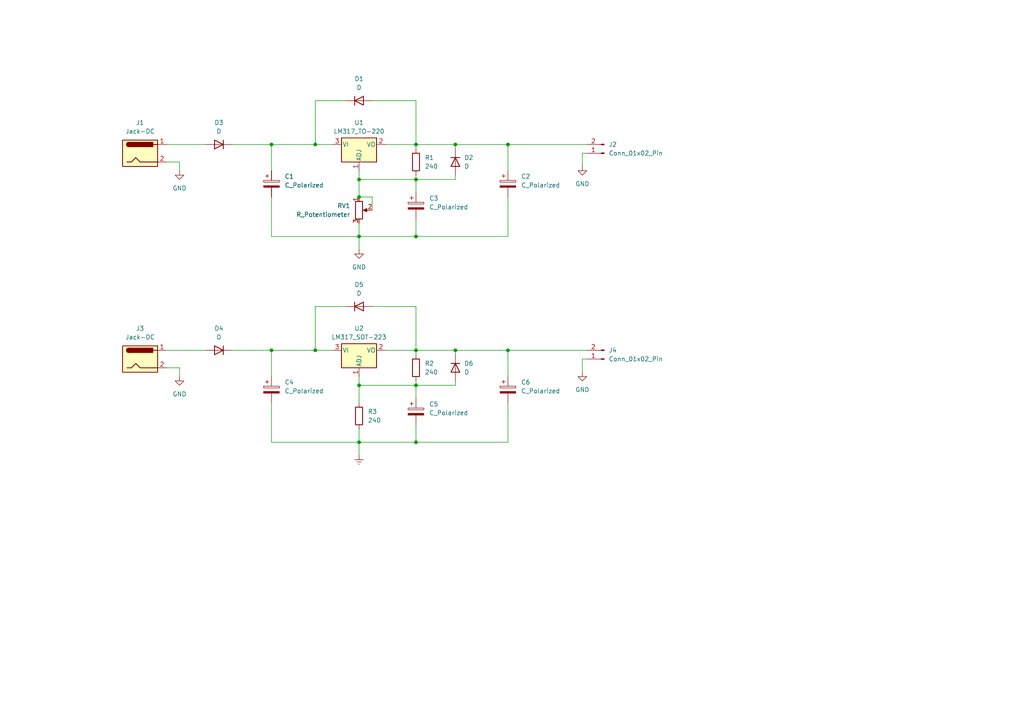
<source format=kicad_sch>
(kicad_sch (version 20230121) (generator eeschema)

  (uuid 92ca5cbe-a9d1-4d60-ae27-1741aae7944b)

  (paper "A4")

  (lib_symbols
    (symbol "Connector:Conn_01x02_Pin" (pin_names (offset 1.016) hide) (in_bom yes) (on_board yes)
      (property "Reference" "J" (at 0 2.54 0)
        (effects (font (size 1.27 1.27)))
      )
      (property "Value" "Conn_01x02_Pin" (at 0 -5.08 0)
        (effects (font (size 1.27 1.27)))
      )
      (property "Footprint" "" (at 0 0 0)
        (effects (font (size 1.27 1.27)) hide)
      )
      (property "Datasheet" "~" (at 0 0 0)
        (effects (font (size 1.27 1.27)) hide)
      )
      (property "ki_locked" "" (at 0 0 0)
        (effects (font (size 1.27 1.27)))
      )
      (property "ki_keywords" "connector" (at 0 0 0)
        (effects (font (size 1.27 1.27)) hide)
      )
      (property "ki_description" "Generic connector, single row, 01x02, script generated" (at 0 0 0)
        (effects (font (size 1.27 1.27)) hide)
      )
      (property "ki_fp_filters" "Connector*:*_1x??_*" (at 0 0 0)
        (effects (font (size 1.27 1.27)) hide)
      )
      (symbol "Conn_01x02_Pin_1_1"
        (polyline
          (pts
            (xy 1.27 -2.54)
            (xy 0.8636 -2.54)
          )
          (stroke (width 0.1524) (type default))
          (fill (type none))
        )
        (polyline
          (pts
            (xy 1.27 0)
            (xy 0.8636 0)
          )
          (stroke (width 0.1524) (type default))
          (fill (type none))
        )
        (rectangle (start 0.8636 -2.413) (end 0 -2.667)
          (stroke (width 0.1524) (type default))
          (fill (type outline))
        )
        (rectangle (start 0.8636 0.127) (end 0 -0.127)
          (stroke (width 0.1524) (type default))
          (fill (type outline))
        )
        (pin passive line (at 5.08 0 180) (length 3.81)
          (name "Pin_1" (effects (font (size 1.27 1.27))))
          (number "1" (effects (font (size 1.27 1.27))))
        )
        (pin passive line (at 5.08 -2.54 180) (length 3.81)
          (name "Pin_2" (effects (font (size 1.27 1.27))))
          (number "2" (effects (font (size 1.27 1.27))))
        )
      )
    )
    (symbol "Connector:Jack-DC" (pin_names (offset 1.016)) (in_bom yes) (on_board yes)
      (property "Reference" "J" (at 0 5.334 0)
        (effects (font (size 1.27 1.27)))
      )
      (property "Value" "Jack-DC" (at 0 -5.08 0)
        (effects (font (size 1.27 1.27)))
      )
      (property "Footprint" "" (at 1.27 -1.016 0)
        (effects (font (size 1.27 1.27)) hide)
      )
      (property "Datasheet" "~" (at 1.27 -1.016 0)
        (effects (font (size 1.27 1.27)) hide)
      )
      (property "ki_keywords" "DC power barrel jack connector" (at 0 0 0)
        (effects (font (size 1.27 1.27)) hide)
      )
      (property "ki_description" "DC Barrel Jack" (at 0 0 0)
        (effects (font (size 1.27 1.27)) hide)
      )
      (property "ki_fp_filters" "BarrelJack*" (at 0 0 0)
        (effects (font (size 1.27 1.27)) hide)
      )
      (symbol "Jack-DC_0_1"
        (rectangle (start -5.08 3.81) (end 5.08 -3.81)
          (stroke (width 0.254) (type default))
          (fill (type background))
        )
        (arc (start -3.302 3.175) (mid -3.9343 2.54) (end -3.302 1.905)
          (stroke (width 0.254) (type default))
          (fill (type none))
        )
        (arc (start -3.302 3.175) (mid -3.9343 2.54) (end -3.302 1.905)
          (stroke (width 0.254) (type default))
          (fill (type outline))
        )
        (polyline
          (pts
            (xy 5.08 2.54)
            (xy 3.81 2.54)
          )
          (stroke (width 0.254) (type default))
          (fill (type none))
        )
        (polyline
          (pts
            (xy -3.81 -2.54)
            (xy -2.54 -2.54)
            (xy -1.27 -1.27)
            (xy 0 -2.54)
            (xy 2.54 -2.54)
            (xy 5.08 -2.54)
          )
          (stroke (width 0.254) (type default))
          (fill (type none))
        )
        (rectangle (start 3.683 3.175) (end -3.302 1.905)
          (stroke (width 0.254) (type default))
          (fill (type outline))
        )
      )
      (symbol "Jack-DC_1_1"
        (pin passive line (at 7.62 2.54 180) (length 2.54)
          (name "~" (effects (font (size 1.27 1.27))))
          (number "1" (effects (font (size 1.27 1.27))))
        )
        (pin passive line (at 7.62 -2.54 180) (length 2.54)
          (name "~" (effects (font (size 1.27 1.27))))
          (number "2" (effects (font (size 1.27 1.27))))
        )
      )
    )
    (symbol "Device:C_Polarized" (pin_numbers hide) (pin_names (offset 0.254)) (in_bom yes) (on_board yes)
      (property "Reference" "C" (at 0.635 2.54 0)
        (effects (font (size 1.27 1.27)) (justify left))
      )
      (property "Value" "C_Polarized" (at 0.635 -2.54 0)
        (effects (font (size 1.27 1.27)) (justify left))
      )
      (property "Footprint" "" (at 0.9652 -3.81 0)
        (effects (font (size 1.27 1.27)) hide)
      )
      (property "Datasheet" "~" (at 0 0 0)
        (effects (font (size 1.27 1.27)) hide)
      )
      (property "ki_keywords" "cap capacitor" (at 0 0 0)
        (effects (font (size 1.27 1.27)) hide)
      )
      (property "ki_description" "Polarized capacitor" (at 0 0 0)
        (effects (font (size 1.27 1.27)) hide)
      )
      (property "ki_fp_filters" "CP_*" (at 0 0 0)
        (effects (font (size 1.27 1.27)) hide)
      )
      (symbol "C_Polarized_0_1"
        (rectangle (start -2.286 0.508) (end 2.286 1.016)
          (stroke (width 0) (type default))
          (fill (type none))
        )
        (polyline
          (pts
            (xy -1.778 2.286)
            (xy -0.762 2.286)
          )
          (stroke (width 0) (type default))
          (fill (type none))
        )
        (polyline
          (pts
            (xy -1.27 2.794)
            (xy -1.27 1.778)
          )
          (stroke (width 0) (type default))
          (fill (type none))
        )
        (rectangle (start 2.286 -0.508) (end -2.286 -1.016)
          (stroke (width 0) (type default))
          (fill (type outline))
        )
      )
      (symbol "C_Polarized_1_1"
        (pin passive line (at 0 3.81 270) (length 2.794)
          (name "~" (effects (font (size 1.27 1.27))))
          (number "1" (effects (font (size 1.27 1.27))))
        )
        (pin passive line (at 0 -3.81 90) (length 2.794)
          (name "~" (effects (font (size 1.27 1.27))))
          (number "2" (effects (font (size 1.27 1.27))))
        )
      )
    )
    (symbol "Device:D" (pin_numbers hide) (pin_names (offset 1.016) hide) (in_bom yes) (on_board yes)
      (property "Reference" "D" (at 0 2.54 0)
        (effects (font (size 1.27 1.27)))
      )
      (property "Value" "D" (at 0 -2.54 0)
        (effects (font (size 1.27 1.27)))
      )
      (property "Footprint" "" (at 0 0 0)
        (effects (font (size 1.27 1.27)) hide)
      )
      (property "Datasheet" "~" (at 0 0 0)
        (effects (font (size 1.27 1.27)) hide)
      )
      (property "Sim.Device" "D" (at 0 0 0)
        (effects (font (size 1.27 1.27)) hide)
      )
      (property "Sim.Pins" "1=K 2=A" (at 0 0 0)
        (effects (font (size 1.27 1.27)) hide)
      )
      (property "ki_keywords" "diode" (at 0 0 0)
        (effects (font (size 1.27 1.27)) hide)
      )
      (property "ki_description" "Diode" (at 0 0 0)
        (effects (font (size 1.27 1.27)) hide)
      )
      (property "ki_fp_filters" "TO-???* *_Diode_* *SingleDiode* D_*" (at 0 0 0)
        (effects (font (size 1.27 1.27)) hide)
      )
      (symbol "D_0_1"
        (polyline
          (pts
            (xy -1.27 1.27)
            (xy -1.27 -1.27)
          )
          (stroke (width 0.254) (type default))
          (fill (type none))
        )
        (polyline
          (pts
            (xy 1.27 0)
            (xy -1.27 0)
          )
          (stroke (width 0) (type default))
          (fill (type none))
        )
        (polyline
          (pts
            (xy 1.27 1.27)
            (xy 1.27 -1.27)
            (xy -1.27 0)
            (xy 1.27 1.27)
          )
          (stroke (width 0.254) (type default))
          (fill (type none))
        )
      )
      (symbol "D_1_1"
        (pin passive line (at -3.81 0 0) (length 2.54)
          (name "K" (effects (font (size 1.27 1.27))))
          (number "1" (effects (font (size 1.27 1.27))))
        )
        (pin passive line (at 3.81 0 180) (length 2.54)
          (name "A" (effects (font (size 1.27 1.27))))
          (number "2" (effects (font (size 1.27 1.27))))
        )
      )
    )
    (symbol "Device:R" (pin_numbers hide) (pin_names (offset 0)) (in_bom yes) (on_board yes)
      (property "Reference" "R" (at 2.032 0 90)
        (effects (font (size 1.27 1.27)))
      )
      (property "Value" "R" (at 0 0 90)
        (effects (font (size 1.27 1.27)))
      )
      (property "Footprint" "" (at -1.778 0 90)
        (effects (font (size 1.27 1.27)) hide)
      )
      (property "Datasheet" "~" (at 0 0 0)
        (effects (font (size 1.27 1.27)) hide)
      )
      (property "ki_keywords" "R res resistor" (at 0 0 0)
        (effects (font (size 1.27 1.27)) hide)
      )
      (property "ki_description" "Resistor" (at 0 0 0)
        (effects (font (size 1.27 1.27)) hide)
      )
      (property "ki_fp_filters" "R_*" (at 0 0 0)
        (effects (font (size 1.27 1.27)) hide)
      )
      (symbol "R_0_1"
        (rectangle (start -1.016 -2.54) (end 1.016 2.54)
          (stroke (width 0.254) (type default))
          (fill (type none))
        )
      )
      (symbol "R_1_1"
        (pin passive line (at 0 3.81 270) (length 1.27)
          (name "~" (effects (font (size 1.27 1.27))))
          (number "1" (effects (font (size 1.27 1.27))))
        )
        (pin passive line (at 0 -3.81 90) (length 1.27)
          (name "~" (effects (font (size 1.27 1.27))))
          (number "2" (effects (font (size 1.27 1.27))))
        )
      )
    )
    (symbol "Device:R_Potentiometer" (pin_names (offset 1.016) hide) (in_bom yes) (on_board yes)
      (property "Reference" "RV" (at -4.445 0 90)
        (effects (font (size 1.27 1.27)))
      )
      (property "Value" "R_Potentiometer" (at -2.54 0 90)
        (effects (font (size 1.27 1.27)))
      )
      (property "Footprint" "" (at 0 0 0)
        (effects (font (size 1.27 1.27)) hide)
      )
      (property "Datasheet" "~" (at 0 0 0)
        (effects (font (size 1.27 1.27)) hide)
      )
      (property "ki_keywords" "resistor variable" (at 0 0 0)
        (effects (font (size 1.27 1.27)) hide)
      )
      (property "ki_description" "Potentiometer" (at 0 0 0)
        (effects (font (size 1.27 1.27)) hide)
      )
      (property "ki_fp_filters" "Potentiometer*" (at 0 0 0)
        (effects (font (size 1.27 1.27)) hide)
      )
      (symbol "R_Potentiometer_0_1"
        (polyline
          (pts
            (xy 2.54 0)
            (xy 1.524 0)
          )
          (stroke (width 0) (type default))
          (fill (type none))
        )
        (polyline
          (pts
            (xy 1.143 0)
            (xy 2.286 0.508)
            (xy 2.286 -0.508)
            (xy 1.143 0)
          )
          (stroke (width 0) (type default))
          (fill (type outline))
        )
        (rectangle (start 1.016 2.54) (end -1.016 -2.54)
          (stroke (width 0.254) (type default))
          (fill (type none))
        )
      )
      (symbol "R_Potentiometer_1_1"
        (pin passive line (at 0 3.81 270) (length 1.27)
          (name "1" (effects (font (size 1.27 1.27))))
          (number "1" (effects (font (size 1.27 1.27))))
        )
        (pin passive line (at 3.81 0 180) (length 1.27)
          (name "2" (effects (font (size 1.27 1.27))))
          (number "2" (effects (font (size 1.27 1.27))))
        )
        (pin passive line (at 0 -3.81 90) (length 1.27)
          (name "3" (effects (font (size 1.27 1.27))))
          (number "3" (effects (font (size 1.27 1.27))))
        )
      )
    )
    (symbol "Regulator_Linear:LM317_SOT-223" (pin_names (offset 0.254)) (in_bom yes) (on_board yes)
      (property "Reference" "U" (at -3.81 3.175 0)
        (effects (font (size 1.27 1.27)))
      )
      (property "Value" "LM317_SOT-223" (at 0 3.175 0)
        (effects (font (size 1.27 1.27)) (justify left))
      )
      (property "Footprint" "Package_TO_SOT_SMD:SOT-223-3_TabPin2" (at 0 6.35 0)
        (effects (font (size 1.27 1.27) italic) hide)
      )
      (property "Datasheet" "http://www.ti.com/lit/ds/symlink/lm317.pdf" (at 0 0 0)
        (effects (font (size 1.27 1.27)) hide)
      )
      (property "ki_keywords" "Adjustable Voltage Regulator 1A Positive" (at 0 0 0)
        (effects (font (size 1.27 1.27)) hide)
      )
      (property "ki_description" "1.5A 35V Adjustable Linear Regulator, SOT-223" (at 0 0 0)
        (effects (font (size 1.27 1.27)) hide)
      )
      (property "ki_fp_filters" "SOT?223*TabPin2*" (at 0 0 0)
        (effects (font (size 1.27 1.27)) hide)
      )
      (symbol "LM317_SOT-223_0_1"
        (rectangle (start -5.08 1.905) (end 5.08 -5.08)
          (stroke (width 0.254) (type default))
          (fill (type background))
        )
      )
      (symbol "LM317_SOT-223_1_1"
        (pin input line (at 0 -7.62 90) (length 2.54)
          (name "ADJ" (effects (font (size 1.27 1.27))))
          (number "1" (effects (font (size 1.27 1.27))))
        )
        (pin power_out line (at 7.62 0 180) (length 2.54)
          (name "VO" (effects (font (size 1.27 1.27))))
          (number "2" (effects (font (size 1.27 1.27))))
        )
        (pin power_in line (at -7.62 0 0) (length 2.54)
          (name "VI" (effects (font (size 1.27 1.27))))
          (number "3" (effects (font (size 1.27 1.27))))
        )
      )
    )
    (symbol "Regulator_Linear:LM317_TO-220" (pin_names (offset 0.254)) (in_bom yes) (on_board yes)
      (property "Reference" "U" (at -3.81 3.175 0)
        (effects (font (size 1.27 1.27)))
      )
      (property "Value" "LM317_TO-220" (at 0 3.175 0)
        (effects (font (size 1.27 1.27)) (justify left))
      )
      (property "Footprint" "Package_TO_SOT_THT:TO-220-3_Vertical" (at 0 6.35 0)
        (effects (font (size 1.27 1.27) italic) hide)
      )
      (property "Datasheet" "http://www.ti.com/lit/ds/symlink/lm317.pdf" (at 0 0 0)
        (effects (font (size 1.27 1.27)) hide)
      )
      (property "ki_keywords" "Adjustable Voltage Regulator 1A Positive" (at 0 0 0)
        (effects (font (size 1.27 1.27)) hide)
      )
      (property "ki_description" "1.5A 35V Adjustable Linear Regulator, TO-220" (at 0 0 0)
        (effects (font (size 1.27 1.27)) hide)
      )
      (property "ki_fp_filters" "TO?220*" (at 0 0 0)
        (effects (font (size 1.27 1.27)) hide)
      )
      (symbol "LM317_TO-220_0_1"
        (rectangle (start -5.08 1.905) (end 5.08 -5.08)
          (stroke (width 0.254) (type default))
          (fill (type background))
        )
      )
      (symbol "LM317_TO-220_1_1"
        (pin input line (at 0 -7.62 90) (length 2.54)
          (name "ADJ" (effects (font (size 1.27 1.27))))
          (number "1" (effects (font (size 1.27 1.27))))
        )
        (pin power_out line (at 7.62 0 180) (length 2.54)
          (name "VO" (effects (font (size 1.27 1.27))))
          (number "2" (effects (font (size 1.27 1.27))))
        )
        (pin power_in line (at -7.62 0 0) (length 2.54)
          (name "VI" (effects (font (size 1.27 1.27))))
          (number "3" (effects (font (size 1.27 1.27))))
        )
      )
    )
    (symbol "power:Earth" (power) (pin_names (offset 0)) (in_bom yes) (on_board yes)
      (property "Reference" "#PWR" (at 0 -6.35 0)
        (effects (font (size 1.27 1.27)) hide)
      )
      (property "Value" "Earth" (at 0 -3.81 0)
        (effects (font (size 1.27 1.27)) hide)
      )
      (property "Footprint" "" (at 0 0 0)
        (effects (font (size 1.27 1.27)) hide)
      )
      (property "Datasheet" "~" (at 0 0 0)
        (effects (font (size 1.27 1.27)) hide)
      )
      (property "ki_keywords" "global ground gnd" (at 0 0 0)
        (effects (font (size 1.27 1.27)) hide)
      )
      (property "ki_description" "Power symbol creates a global label with name \"Earth\"" (at 0 0 0)
        (effects (font (size 1.27 1.27)) hide)
      )
      (symbol "Earth_0_1"
        (polyline
          (pts
            (xy -0.635 -1.905)
            (xy 0.635 -1.905)
          )
          (stroke (width 0) (type default))
          (fill (type none))
        )
        (polyline
          (pts
            (xy -0.127 -2.54)
            (xy 0.127 -2.54)
          )
          (stroke (width 0) (type default))
          (fill (type none))
        )
        (polyline
          (pts
            (xy 0 -1.27)
            (xy 0 0)
          )
          (stroke (width 0) (type default))
          (fill (type none))
        )
        (polyline
          (pts
            (xy 1.27 -1.27)
            (xy -1.27 -1.27)
          )
          (stroke (width 0) (type default))
          (fill (type none))
        )
      )
      (symbol "Earth_1_1"
        (pin power_in line (at 0 0 270) (length 0) hide
          (name "Earth" (effects (font (size 1.27 1.27))))
          (number "1" (effects (font (size 1.27 1.27))))
        )
      )
    )
    (symbol "power:GND" (power) (pin_names (offset 0)) (in_bom yes) (on_board yes)
      (property "Reference" "#PWR" (at 0 -6.35 0)
        (effects (font (size 1.27 1.27)) hide)
      )
      (property "Value" "GND" (at 0 -3.81 0)
        (effects (font (size 1.27 1.27)))
      )
      (property "Footprint" "" (at 0 0 0)
        (effects (font (size 1.27 1.27)) hide)
      )
      (property "Datasheet" "" (at 0 0 0)
        (effects (font (size 1.27 1.27)) hide)
      )
      (property "ki_keywords" "global power" (at 0 0 0)
        (effects (font (size 1.27 1.27)) hide)
      )
      (property "ki_description" "Power symbol creates a global label with name \"GND\" , ground" (at 0 0 0)
        (effects (font (size 1.27 1.27)) hide)
      )
      (symbol "GND_0_1"
        (polyline
          (pts
            (xy 0 0)
            (xy 0 -1.27)
            (xy 1.27 -1.27)
            (xy 0 -2.54)
            (xy -1.27 -1.27)
            (xy 0 -1.27)
          )
          (stroke (width 0) (type default))
          (fill (type none))
        )
      )
      (symbol "GND_1_1"
        (pin power_in line (at 0 0 270) (length 0) hide
          (name "GND" (effects (font (size 1.27 1.27))))
          (number "1" (effects (font (size 1.27 1.27))))
        )
      )
    )
  )

  (junction (at 120.65 52.07) (diameter 0) (color 0 0 0 0)
    (uuid 07f39f95-f4cc-4f3e-9641-6a469a614fd3)
  )
  (junction (at 78.74 101.6) (diameter 0) (color 0 0 0 0)
    (uuid 15eea82b-7108-4f09-8c24-a49f10455ed0)
  )
  (junction (at 104.14 68.58) (diameter 0) (color 0 0 0 0)
    (uuid 33558346-73fa-42ca-8936-a16ab541b3e4)
  )
  (junction (at 132.08 41.91) (diameter 0) (color 0 0 0 0)
    (uuid 51334fc9-1d58-4283-a6aa-68ef981d397a)
  )
  (junction (at 104.14 57.15) (diameter 0) (color 0 0 0 0)
    (uuid 543fe1e9-c8a8-4a5b-82cb-fcd78eae5d8f)
  )
  (junction (at 120.65 101.6) (diameter 0) (color 0 0 0 0)
    (uuid 546b2c41-e441-4b29-b6b0-220545e1b9ad)
  )
  (junction (at 120.65 41.91) (diameter 0) (color 0 0 0 0)
    (uuid 5653a132-6efe-415e-ada7-618b55af138e)
  )
  (junction (at 91.44 101.6) (diameter 0) (color 0 0 0 0)
    (uuid 62027947-1d03-4207-bdbc-eae7e1a3835d)
  )
  (junction (at 120.65 128.27) (diameter 0) (color 0 0 0 0)
    (uuid 70c3c400-b35f-4b57-a315-70bedcc77b9f)
  )
  (junction (at 120.65 68.58) (diameter 0) (color 0 0 0 0)
    (uuid 76fed7e6-ad3e-4c07-929c-cc642ae92c9a)
  )
  (junction (at 147.32 41.91) (diameter 0) (color 0 0 0 0)
    (uuid 7ae08ba8-1434-4eba-adf2-61159b0057d0)
  )
  (junction (at 91.44 41.91) (diameter 0) (color 0 0 0 0)
    (uuid 8592bd30-0243-46e8-8913-60f5dfc93600)
  )
  (junction (at 78.74 41.91) (diameter 0) (color 0 0 0 0)
    (uuid 8903160f-7697-42f2-92d1-99c8ada26b9f)
  )
  (junction (at 104.14 111.76) (diameter 0) (color 0 0 0 0)
    (uuid ad1a285a-79af-47e2-96cd-fbf685eae64c)
  )
  (junction (at 147.32 101.6) (diameter 0) (color 0 0 0 0)
    (uuid d1633325-a10a-4904-a5bd-9ac44a90ae5d)
  )
  (junction (at 120.65 111.76) (diameter 0) (color 0 0 0 0)
    (uuid d5be96ec-7c2e-418a-a187-4554c19e47c1)
  )
  (junction (at 132.08 101.6) (diameter 0) (color 0 0 0 0)
    (uuid f386234d-9a43-42b6-97f2-8e8c682d4323)
  )
  (junction (at 104.14 52.07) (diameter 0) (color 0 0 0 0)
    (uuid f901dd25-9416-4a6f-9ae1-ba76a18832b4)
  )
  (junction (at 104.14 128.27) (diameter 0) (color 0 0 0 0)
    (uuid fe0d5471-3409-483b-ba8d-de4529ff48d1)
  )

  (wire (pts (xy 120.65 41.91) (xy 132.08 41.91))
    (stroke (width 0) (type default))
    (uuid 0260dd22-068c-44db-b4ac-66254f3466ff)
  )
  (wire (pts (xy 104.14 49.53) (xy 104.14 52.07))
    (stroke (width 0) (type default))
    (uuid 02790240-fcd7-4d96-b7dd-f6aec26e5898)
  )
  (wire (pts (xy 120.65 111.76) (xy 120.65 115.57))
    (stroke (width 0) (type default))
    (uuid 03489439-5ad3-4fa2-85e2-5704d82cc666)
  )
  (wire (pts (xy 104.14 128.27) (xy 104.14 132.08))
    (stroke (width 0) (type default))
    (uuid 06f16e0f-38b0-415e-9693-f6b48bef112b)
  )
  (wire (pts (xy 48.26 106.68) (xy 52.07 106.68))
    (stroke (width 0) (type default))
    (uuid 0a987c56-e18c-4ea3-b01c-5faaa356721d)
  )
  (wire (pts (xy 120.65 102.87) (xy 120.65 101.6))
    (stroke (width 0) (type default))
    (uuid 0e3a126b-576e-4b34-bb4b-df5b92b79906)
  )
  (wire (pts (xy 147.32 116.84) (xy 147.32 128.27))
    (stroke (width 0) (type default))
    (uuid 1273de88-7d2a-4c25-aec6-cf9d29136892)
  )
  (wire (pts (xy 78.74 128.27) (xy 104.14 128.27))
    (stroke (width 0) (type default))
    (uuid 171b21ed-10b1-4f98-9c71-99d7e2f4399e)
  )
  (wire (pts (xy 147.32 128.27) (xy 120.65 128.27))
    (stroke (width 0) (type default))
    (uuid 1d9753da-d07f-416a-905b-0b1dbce65f3c)
  )
  (wire (pts (xy 104.14 52.07) (xy 104.14 57.15))
    (stroke (width 0) (type default))
    (uuid 1ef03350-cbd9-4b70-8ed9-fefa39e47907)
  )
  (wire (pts (xy 132.08 101.6) (xy 132.08 102.87))
    (stroke (width 0) (type default))
    (uuid 2032d856-8f1e-41b5-a575-d11cca023b86)
  )
  (wire (pts (xy 132.08 41.91) (xy 132.08 43.18))
    (stroke (width 0) (type default))
    (uuid 24ce146a-4c0a-4692-8241-577245ef4e5f)
  )
  (wire (pts (xy 104.14 111.76) (xy 104.14 116.84))
    (stroke (width 0) (type default))
    (uuid 264f6200-b462-4497-8fa0-852eba8da5cb)
  )
  (wire (pts (xy 168.91 48.26) (xy 168.91 44.45))
    (stroke (width 0) (type default))
    (uuid 276a9abe-25ad-4399-a86e-dd7993218dad)
  )
  (wire (pts (xy 170.18 101.6) (xy 147.32 101.6))
    (stroke (width 0) (type default))
    (uuid 298a5489-4c19-44fa-981c-420e47f90a70)
  )
  (wire (pts (xy 120.65 88.9) (xy 120.65 101.6))
    (stroke (width 0) (type default))
    (uuid 2b6a3cc0-1afd-40a1-9166-cb27af6a8ab2)
  )
  (wire (pts (xy 120.65 123.19) (xy 120.65 128.27))
    (stroke (width 0) (type default))
    (uuid 36604ad7-5f03-49ff-b072-c62ef94a2cc9)
  )
  (wire (pts (xy 104.14 124.46) (xy 104.14 128.27))
    (stroke (width 0) (type default))
    (uuid 3b90be12-7ee2-4019-9758-b0696490d860)
  )
  (wire (pts (xy 104.14 52.07) (xy 120.65 52.07))
    (stroke (width 0) (type default))
    (uuid 4294b4bf-8d1a-4dd6-8411-461ff3915f59)
  )
  (wire (pts (xy 48.26 101.6) (xy 59.69 101.6))
    (stroke (width 0) (type default))
    (uuid 463db654-6065-4c29-9aab-5dbc56c8fea8)
  )
  (wire (pts (xy 52.07 46.99) (xy 52.07 49.53))
    (stroke (width 0) (type default))
    (uuid 468b4d13-cb93-4adc-a328-1edcd4016808)
  )
  (wire (pts (xy 96.52 101.6) (xy 91.44 101.6))
    (stroke (width 0) (type default))
    (uuid 47d148ba-dd21-496d-9436-350d4dd41e08)
  )
  (wire (pts (xy 120.65 52.07) (xy 132.08 52.07))
    (stroke (width 0) (type default))
    (uuid 48d3464c-0fa2-47fc-8349-0926a7d7a904)
  )
  (wire (pts (xy 91.44 88.9) (xy 91.44 101.6))
    (stroke (width 0) (type default))
    (uuid 4c84495c-ae24-4e0c-8f90-507171e3f7fe)
  )
  (wire (pts (xy 120.65 111.76) (xy 132.08 111.76))
    (stroke (width 0) (type default))
    (uuid 4f7e1ed9-3203-424e-91f5-fc0e75d589c4)
  )
  (wire (pts (xy 132.08 41.91) (xy 147.32 41.91))
    (stroke (width 0) (type default))
    (uuid 50b9a822-2a98-4dcb-9d31-004ebb8e72bf)
  )
  (wire (pts (xy 48.26 41.91) (xy 59.69 41.91))
    (stroke (width 0) (type default))
    (uuid 52a32c6c-a59d-46e7-9867-2c2d026574b8)
  )
  (wire (pts (xy 168.91 44.45) (xy 170.18 44.45))
    (stroke (width 0) (type default))
    (uuid 53652e75-a336-4822-b599-9b717fae325e)
  )
  (wire (pts (xy 168.91 104.14) (xy 170.18 104.14))
    (stroke (width 0) (type default))
    (uuid 59e0269d-9a57-45d9-a29f-6fa65fc32d1c)
  )
  (wire (pts (xy 132.08 101.6) (xy 147.32 101.6))
    (stroke (width 0) (type default))
    (uuid 5d786528-2444-4e94-8847-c1eca29e5a0c)
  )
  (wire (pts (xy 120.65 52.07) (xy 120.65 55.88))
    (stroke (width 0) (type default))
    (uuid 63c28902-37d4-44f7-8b24-1095d988c6ee)
  )
  (wire (pts (xy 48.26 46.99) (xy 52.07 46.99))
    (stroke (width 0) (type default))
    (uuid 66deeb84-159b-4507-b956-e049c608130b)
  )
  (wire (pts (xy 104.14 64.77) (xy 104.14 68.58))
    (stroke (width 0) (type default))
    (uuid 6fc7fe7f-fce3-4d15-9774-93eefbc0f4d6)
  )
  (wire (pts (xy 120.65 110.49) (xy 120.65 111.76))
    (stroke (width 0) (type default))
    (uuid 71a6aa88-27ff-474b-b3af-12d312b37587)
  )
  (wire (pts (xy 107.95 88.9) (xy 120.65 88.9))
    (stroke (width 0) (type default))
    (uuid 72f6e740-c0c0-4134-ae8b-9d50b4531459)
  )
  (wire (pts (xy 78.74 101.6) (xy 78.74 109.22))
    (stroke (width 0) (type default))
    (uuid 76543e6e-3034-4220-8f29-58d2183da82a)
  )
  (wire (pts (xy 120.65 63.5) (xy 120.65 68.58))
    (stroke (width 0) (type default))
    (uuid 77c107d3-cb21-4544-a71e-68e1ba6b1772)
  )
  (wire (pts (xy 147.32 101.6) (xy 147.32 109.22))
    (stroke (width 0) (type default))
    (uuid 7b19702a-39cf-4e00-9eab-26659890075e)
  )
  (wire (pts (xy 111.76 41.91) (xy 120.65 41.91))
    (stroke (width 0) (type default))
    (uuid 7b2e199e-854f-4be8-8834-c47c860ad90a)
  )
  (wire (pts (xy 147.32 68.58) (xy 120.65 68.58))
    (stroke (width 0) (type default))
    (uuid 811c290c-f5dc-4821-b7b9-1b8b39428956)
  )
  (wire (pts (xy 120.65 43.18) (xy 120.65 41.91))
    (stroke (width 0) (type default))
    (uuid 85b18eec-95f6-49a6-8e51-8f905c9ba0ef)
  )
  (wire (pts (xy 91.44 101.6) (xy 78.74 101.6))
    (stroke (width 0) (type default))
    (uuid 894e6490-b276-4b48-b096-955e5e52052a)
  )
  (wire (pts (xy 100.33 88.9) (xy 91.44 88.9))
    (stroke (width 0) (type default))
    (uuid 89df5bec-f529-47c0-8615-f73584510849)
  )
  (wire (pts (xy 78.74 57.15) (xy 78.74 68.58))
    (stroke (width 0) (type default))
    (uuid 8f3866f9-f3cd-44f0-b1f3-f3a43719bf81)
  )
  (wire (pts (xy 104.14 109.22) (xy 104.14 111.76))
    (stroke (width 0) (type default))
    (uuid 9447dccc-4af8-4969-b60b-6e4977fb1b8f)
  )
  (wire (pts (xy 120.65 68.58) (xy 104.14 68.58))
    (stroke (width 0) (type default))
    (uuid 9d880bdc-e9d4-41f2-adcf-3f36399f8f31)
  )
  (wire (pts (xy 107.95 57.15) (xy 104.14 57.15))
    (stroke (width 0) (type default))
    (uuid 9f9d541a-c16f-4371-920e-32884e2f914f)
  )
  (wire (pts (xy 91.44 29.21) (xy 91.44 41.91))
    (stroke (width 0) (type default))
    (uuid a1ef8faf-3c0f-4edb-a24d-c310acf0e971)
  )
  (wire (pts (xy 104.14 68.58) (xy 104.14 72.39))
    (stroke (width 0) (type default))
    (uuid a3ab9e03-ed91-4327-ba44-e72b48e08e56)
  )
  (wire (pts (xy 120.65 128.27) (xy 104.14 128.27))
    (stroke (width 0) (type default))
    (uuid b196f788-55cf-4e22-b67c-41da60891af8)
  )
  (wire (pts (xy 147.32 41.91) (xy 147.32 49.53))
    (stroke (width 0) (type default))
    (uuid b4b740d8-246e-445c-8aa1-d75d38b24a39)
  )
  (wire (pts (xy 132.08 110.49) (xy 132.08 111.76))
    (stroke (width 0) (type default))
    (uuid b8a1f43d-4a79-47b5-8716-609c6e76f07a)
  )
  (wire (pts (xy 67.31 41.91) (xy 78.74 41.91))
    (stroke (width 0) (type default))
    (uuid b8c62082-07c0-418f-b918-c57ab88982dc)
  )
  (wire (pts (xy 120.65 29.21) (xy 120.65 41.91))
    (stroke (width 0) (type default))
    (uuid ba8f682f-3116-4353-b951-61aaca0bebe2)
  )
  (wire (pts (xy 78.74 116.84) (xy 78.74 128.27))
    (stroke (width 0) (type default))
    (uuid c4939265-c423-4e3b-886c-2e8c4e5209b1)
  )
  (wire (pts (xy 170.18 41.91) (xy 147.32 41.91))
    (stroke (width 0) (type default))
    (uuid c5663855-8eb7-4bb6-8cff-953de17e1326)
  )
  (wire (pts (xy 78.74 41.91) (xy 78.74 49.53))
    (stroke (width 0) (type default))
    (uuid c5bba514-fc5f-4344-8acb-ea2745be3fb1)
  )
  (wire (pts (xy 52.07 106.68) (xy 52.07 109.22))
    (stroke (width 0) (type default))
    (uuid cac41b0b-2db1-47c9-b0e1-5c6ba0b6fdf8)
  )
  (wire (pts (xy 67.31 101.6) (xy 78.74 101.6))
    (stroke (width 0) (type default))
    (uuid cb6487d0-cf12-42da-8209-91ed4139b039)
  )
  (wire (pts (xy 132.08 50.8) (xy 132.08 52.07))
    (stroke (width 0) (type default))
    (uuid ccecdda0-4573-483f-99b4-83ebcbf8370f)
  )
  (wire (pts (xy 78.74 68.58) (xy 104.14 68.58))
    (stroke (width 0) (type default))
    (uuid cea09f3d-11fd-4cb5-bbf9-6ed305598ff7)
  )
  (wire (pts (xy 147.32 57.15) (xy 147.32 68.58))
    (stroke (width 0) (type default))
    (uuid cfae057e-9b02-45e4-93ca-2b7f87e67e90)
  )
  (wire (pts (xy 111.76 101.6) (xy 120.65 101.6))
    (stroke (width 0) (type default))
    (uuid d5e1337d-0f46-4091-b608-43e9da2bb15b)
  )
  (wire (pts (xy 96.52 41.91) (xy 91.44 41.91))
    (stroke (width 0) (type default))
    (uuid d707c0e6-2a76-480c-b01f-87eeb5a3428a)
  )
  (wire (pts (xy 120.65 101.6) (xy 132.08 101.6))
    (stroke (width 0) (type default))
    (uuid dbbb1e43-068d-45ee-97a1-7b953b6f6878)
  )
  (wire (pts (xy 120.65 50.8) (xy 120.65 52.07))
    (stroke (width 0) (type default))
    (uuid dd185bfd-460c-4fb6-866d-3185db2b40b9)
  )
  (wire (pts (xy 107.95 60.96) (xy 107.95 57.15))
    (stroke (width 0) (type default))
    (uuid e30c0dfa-e935-46a3-a3eb-108360e7474a)
  )
  (wire (pts (xy 91.44 41.91) (xy 78.74 41.91))
    (stroke (width 0) (type default))
    (uuid e83a4984-a0d6-4177-86cd-085e7f334f84)
  )
  (wire (pts (xy 168.91 107.95) (xy 168.91 104.14))
    (stroke (width 0) (type default))
    (uuid ee5fa95f-bf0a-45b3-9512-25c9928db763)
  )
  (wire (pts (xy 100.33 29.21) (xy 91.44 29.21))
    (stroke (width 0) (type default))
    (uuid f0004c86-efa6-4231-99d0-8f2c66810465)
  )
  (wire (pts (xy 107.95 29.21) (xy 120.65 29.21))
    (stroke (width 0) (type default))
    (uuid f14c3e8b-71fc-40f0-adc1-abfb0075ea1f)
  )
  (wire (pts (xy 104.14 111.76) (xy 120.65 111.76))
    (stroke (width 0) (type default))
    (uuid fbcdc56c-cdab-44ca-8eb4-d4b4ff542225)
  )

  (symbol (lib_id "Device:D") (at 63.5 101.6 180) (unit 1)
    (in_bom yes) (on_board yes) (dnp no) (fields_autoplaced)
    (uuid 00b93298-1321-4f1e-ba6b-4c621a628b70)
    (property "Reference" "D4" (at 63.5 95.25 0)
      (effects (font (size 1.27 1.27)))
    )
    (property "Value" "D" (at 63.5 97.79 0)
      (effects (font (size 1.27 1.27)))
    )
    (property "Footprint" "Diode_SMD:D_SOD-123" (at 63.5 101.6 0)
      (effects (font (size 1.27 1.27)) hide)
    )
    (property "Datasheet" "~" (at 63.5 101.6 0)
      (effects (font (size 1.27 1.27)) hide)
    )
    (property "Sim.Device" "D" (at 63.5 101.6 0)
      (effects (font (size 1.27 1.27)) hide)
    )
    (property "Sim.Pins" "1=K 2=A" (at 63.5 101.6 0)
      (effects (font (size 1.27 1.27)) hide)
    )
    (pin "1" (uuid 4313087b-d28e-4989-8edc-b27292889c27))
    (pin "2" (uuid 71eb4c66-d204-49dd-9575-c456674327df))
    (instances
      (project "FuenteLM317"
        (path "/92ca5cbe-a9d1-4d60-ae27-1741aae7944b"
          (reference "D4") (unit 1)
        )
      )
    )
  )

  (symbol (lib_id "Device:D") (at 132.08 106.68 270) (unit 1)
    (in_bom yes) (on_board yes) (dnp no) (fields_autoplaced)
    (uuid 08d4b688-8b37-4348-806b-ce0fa1a2ff33)
    (property "Reference" "D6" (at 134.62 105.41 90)
      (effects (font (size 1.27 1.27)) (justify left))
    )
    (property "Value" "D" (at 134.62 107.95 90)
      (effects (font (size 1.27 1.27)) (justify left))
    )
    (property "Footprint" "Diode_SMD:D_SOD-123" (at 132.08 106.68 0)
      (effects (font (size 1.27 1.27)) hide)
    )
    (property "Datasheet" "~" (at 132.08 106.68 0)
      (effects (font (size 1.27 1.27)) hide)
    )
    (property "Sim.Device" "D" (at 132.08 106.68 0)
      (effects (font (size 1.27 1.27)) hide)
    )
    (property "Sim.Pins" "1=K 2=A" (at 132.08 106.68 0)
      (effects (font (size 1.27 1.27)) hide)
    )
    (pin "1" (uuid abdb98b1-071f-44db-b6a4-33986259aa76))
    (pin "2" (uuid 0d0be39b-a4e1-4c04-a1fe-382f68962b3b))
    (instances
      (project "FuenteLM317"
        (path "/92ca5cbe-a9d1-4d60-ae27-1741aae7944b"
          (reference "D6") (unit 1)
        )
      )
    )
  )

  (symbol (lib_id "power:GND") (at 168.91 107.95 0) (unit 1)
    (in_bom yes) (on_board yes) (dnp no) (fields_autoplaced)
    (uuid 0d56ec5b-3fbc-40b1-a162-f08230c9c354)
    (property "Reference" "#PWR07" (at 168.91 114.3 0)
      (effects (font (size 1.27 1.27)) hide)
    )
    (property "Value" "GND" (at 168.91 113.03 0)
      (effects (font (size 1.27 1.27)))
    )
    (property "Footprint" "" (at 168.91 107.95 0)
      (effects (font (size 1.27 1.27)) hide)
    )
    (property "Datasheet" "" (at 168.91 107.95 0)
      (effects (font (size 1.27 1.27)) hide)
    )
    (pin "1" (uuid 60fbfc23-7bf7-4d1c-846b-6b0fe5a0c31b))
    (instances
      (project "FuenteLM317"
        (path "/92ca5cbe-a9d1-4d60-ae27-1741aae7944b"
          (reference "#PWR07") (unit 1)
        )
      )
    )
  )

  (symbol (lib_id "Device:C_Polarized") (at 147.32 53.34 0) (unit 1)
    (in_bom yes) (on_board yes) (dnp no) (fields_autoplaced)
    (uuid 128d8dd0-6205-47c6-85e6-3c53ec8b5b02)
    (property "Reference" "C2" (at 151.13 51.181 0)
      (effects (font (size 1.27 1.27)) (justify left))
    )
    (property "Value" "C_Polarized" (at 151.13 53.721 0)
      (effects (font (size 1.27 1.27)) (justify left))
    )
    (property "Footprint" "Capacitor_THT:CP_Radial_D10.0mm_P3.80mm" (at 148.2852 57.15 0)
      (effects (font (size 1.27 1.27)) hide)
    )
    (property "Datasheet" "~" (at 147.32 53.34 0)
      (effects (font (size 1.27 1.27)) hide)
    )
    (pin "1" (uuid 1e170da0-2029-4d6c-ba40-03a6a25a54ec))
    (pin "2" (uuid 020d1882-4ebe-4a92-9701-04ffcfef2ef9))
    (instances
      (project "FuenteLM317"
        (path "/92ca5cbe-a9d1-4d60-ae27-1741aae7944b"
          (reference "C2") (unit 1)
        )
      )
    )
  )

  (symbol (lib_id "Device:C_Polarized") (at 120.65 59.69 0) (unit 1)
    (in_bom yes) (on_board yes) (dnp no) (fields_autoplaced)
    (uuid 3bd3e209-56e2-4b41-bcd2-9159602b7ca3)
    (property "Reference" "C3" (at 124.46 57.531 0)
      (effects (font (size 1.27 1.27)) (justify left))
    )
    (property "Value" "C_Polarized" (at 124.46 60.071 0)
      (effects (font (size 1.27 1.27)) (justify left))
    )
    (property "Footprint" "Capacitor_THT:CP_Radial_D10.0mm_P3.80mm" (at 121.6152 63.5 0)
      (effects (font (size 1.27 1.27)) hide)
    )
    (property "Datasheet" "~" (at 120.65 59.69 0)
      (effects (font (size 1.27 1.27)) hide)
    )
    (pin "1" (uuid 0f404bdc-22b0-40ea-a4b1-fc50e6017889))
    (pin "2" (uuid a988e74e-5a7a-47ec-bb14-95ee6ef6b176))
    (instances
      (project "FuenteLM317"
        (path "/92ca5cbe-a9d1-4d60-ae27-1741aae7944b"
          (reference "C3") (unit 1)
        )
      )
    )
  )

  (symbol (lib_id "Device:C_Polarized") (at 147.32 113.03 0) (unit 1)
    (in_bom yes) (on_board yes) (dnp no) (fields_autoplaced)
    (uuid 3da9c2ab-f3e4-4617-9662-7c4e5f75088e)
    (property "Reference" "C6" (at 151.13 110.871 0)
      (effects (font (size 1.27 1.27)) (justify left))
    )
    (property "Value" "C_Polarized" (at 151.13 113.411 0)
      (effects (font (size 1.27 1.27)) (justify left))
    )
    (property "Footprint" "Capacitor_THT:CP_Radial_D10.0mm_P3.80mm" (at 148.2852 116.84 0)
      (effects (font (size 1.27 1.27)) hide)
    )
    (property "Datasheet" "~" (at 147.32 113.03 0)
      (effects (font (size 1.27 1.27)) hide)
    )
    (pin "1" (uuid e8c3a9ee-9304-4845-9467-e77442e141c5))
    (pin "2" (uuid ffa1aeb8-b003-4bcb-833f-7b610cff7dde))
    (instances
      (project "FuenteLM317"
        (path "/92ca5cbe-a9d1-4d60-ae27-1741aae7944b"
          (reference "C6") (unit 1)
        )
      )
    )
  )

  (symbol (lib_id "Device:R_Potentiometer") (at 104.14 60.96 0) (unit 1)
    (in_bom yes) (on_board yes) (dnp no) (fields_autoplaced)
    (uuid 3ffa579e-05d0-40f2-bfb8-56ac99ce8d6c)
    (property "Reference" "RV1" (at 101.6 59.69 0)
      (effects (font (size 1.27 1.27)) (justify right))
    )
    (property "Value" "R_Potentiometer" (at 101.6 62.23 0)
      (effects (font (size 1.27 1.27)) (justify right))
    )
    (property "Footprint" "Potentiometer_THT:Potentiometer_Alps_RK163_Single_Horizontal" (at 104.14 60.96 0)
      (effects (font (size 1.27 1.27)) hide)
    )
    (property "Datasheet" "~" (at 104.14 60.96 0)
      (effects (font (size 1.27 1.27)) hide)
    )
    (pin "1" (uuid f7f361a8-7713-4385-96e2-55ce1d4fde56))
    (pin "2" (uuid b92bb48b-eaf4-45f7-86ec-793c8deee2f1))
    (pin "3" (uuid bce9465c-cb06-457c-aafb-f55bb34abb67))
    (instances
      (project "FuenteLM317"
        (path "/92ca5cbe-a9d1-4d60-ae27-1741aae7944b"
          (reference "RV1") (unit 1)
        )
      )
    )
  )

  (symbol (lib_id "Device:D") (at 132.08 46.99 270) (unit 1)
    (in_bom yes) (on_board yes) (dnp no) (fields_autoplaced)
    (uuid 471ddeb8-1884-4adb-ba11-3ebaa8d9470c)
    (property "Reference" "D2" (at 134.62 45.72 90)
      (effects (font (size 1.27 1.27)) (justify left))
    )
    (property "Value" "D" (at 134.62 48.26 90)
      (effects (font (size 1.27 1.27)) (justify left))
    )
    (property "Footprint" "Diode_THT:D_5W_P12.70mm_Horizontal" (at 132.08 46.99 0)
      (effects (font (size 1.27 1.27)) hide)
    )
    (property "Datasheet" "~" (at 132.08 46.99 0)
      (effects (font (size 1.27 1.27)) hide)
    )
    (property "Sim.Device" "D" (at 132.08 46.99 0)
      (effects (font (size 1.27 1.27)) hide)
    )
    (property "Sim.Pins" "1=K 2=A" (at 132.08 46.99 0)
      (effects (font (size 1.27 1.27)) hide)
    )
    (pin "1" (uuid da0fb25d-f2c8-411b-bb9d-11b67805e97e))
    (pin "2" (uuid 4410a493-b0e8-4f24-b9b3-47e77f2caf11))
    (instances
      (project "FuenteLM317"
        (path "/92ca5cbe-a9d1-4d60-ae27-1741aae7944b"
          (reference "D2") (unit 1)
        )
      )
    )
  )

  (symbol (lib_id "power:GND") (at 168.91 48.26 0) (unit 1)
    (in_bom yes) (on_board yes) (dnp no) (fields_autoplaced)
    (uuid 491b6e99-909a-4cc6-aca0-eaa133264180)
    (property "Reference" "#PWR03" (at 168.91 54.61 0)
      (effects (font (size 1.27 1.27)) hide)
    )
    (property "Value" "GND" (at 168.91 53.34 0)
      (effects (font (size 1.27 1.27)))
    )
    (property "Footprint" "" (at 168.91 48.26 0)
      (effects (font (size 1.27 1.27)) hide)
    )
    (property "Datasheet" "" (at 168.91 48.26 0)
      (effects (font (size 1.27 1.27)) hide)
    )
    (pin "1" (uuid e0c0a491-4ade-46c4-8cca-96f7e2772be4))
    (instances
      (project "FuenteLM317"
        (path "/92ca5cbe-a9d1-4d60-ae27-1741aae7944b"
          (reference "#PWR03") (unit 1)
        )
      )
    )
  )

  (symbol (lib_id "Connector:Jack-DC") (at 40.64 104.14 0) (unit 1)
    (in_bom yes) (on_board yes) (dnp no) (fields_autoplaced)
    (uuid 4f4aa08e-256a-4d25-affd-f6d2fc4df172)
    (property "Reference" "J3" (at 40.64 95.25 0)
      (effects (font (size 1.27 1.27)))
    )
    (property "Value" "Jack-DC" (at 40.64 97.79 0)
      (effects (font (size 1.27 1.27)))
    )
    (property "Footprint" "Connector_BarrelJack:BarrelJack_SwitchcraftConxall_RAPC10U_Horizontal" (at 41.91 105.156 0)
      (effects (font (size 1.27 1.27)) hide)
    )
    (property "Datasheet" "~" (at 41.91 105.156 0)
      (effects (font (size 1.27 1.27)) hide)
    )
    (pin "1" (uuid 324bb9da-ab1e-41f3-9cd6-6e6474616b5a))
    (pin "2" (uuid 55675355-f007-4f74-bf2e-0f192ab9ca77))
    (instances
      (project "FuenteLM317"
        (path "/92ca5cbe-a9d1-4d60-ae27-1741aae7944b"
          (reference "J3") (unit 1)
        )
      )
    )
  )

  (symbol (lib_id "Device:D") (at 63.5 41.91 180) (unit 1)
    (in_bom yes) (on_board yes) (dnp no) (fields_autoplaced)
    (uuid 61cf4cd0-8210-4c17-b675-d457b2aa088d)
    (property "Reference" "D3" (at 63.5 35.56 0)
      (effects (font (size 1.27 1.27)))
    )
    (property "Value" "D" (at 63.5 38.1 0)
      (effects (font (size 1.27 1.27)))
    )
    (property "Footprint" "Diode_THT:D_5W_P12.70mm_Horizontal" (at 63.5 41.91 0)
      (effects (font (size 1.27 1.27)) hide)
    )
    (property "Datasheet" "~" (at 63.5 41.91 0)
      (effects (font (size 1.27 1.27)) hide)
    )
    (property "Sim.Device" "D" (at 63.5 41.91 0)
      (effects (font (size 1.27 1.27)) hide)
    )
    (property "Sim.Pins" "1=K 2=A" (at 63.5 41.91 0)
      (effects (font (size 1.27 1.27)) hide)
    )
    (pin "1" (uuid ff167438-bcf3-4dee-bac4-b2886e3c1704))
    (pin "2" (uuid 6d0b4c33-4b99-40e8-ac6f-fbec101e436c))
    (instances
      (project "FuenteLM317"
        (path "/92ca5cbe-a9d1-4d60-ae27-1741aae7944b"
          (reference "D3") (unit 1)
        )
      )
    )
  )

  (symbol (lib_id "Device:D") (at 104.14 29.21 0) (unit 1)
    (in_bom yes) (on_board yes) (dnp no) (fields_autoplaced)
    (uuid 6366f983-cb08-4ac8-815b-9b36894472c7)
    (property "Reference" "D1" (at 104.14 22.86 0)
      (effects (font (size 1.27 1.27)))
    )
    (property "Value" "D" (at 104.14 25.4 0)
      (effects (font (size 1.27 1.27)))
    )
    (property "Footprint" "Diode_THT:D_5W_P12.70mm_Horizontal" (at 104.14 29.21 0)
      (effects (font (size 1.27 1.27)) hide)
    )
    (property "Datasheet" "~" (at 104.14 29.21 0)
      (effects (font (size 1.27 1.27)) hide)
    )
    (property "Sim.Device" "D" (at 104.14 29.21 0)
      (effects (font (size 1.27 1.27)) hide)
    )
    (property "Sim.Pins" "1=K 2=A" (at 104.14 29.21 0)
      (effects (font (size 1.27 1.27)) hide)
    )
    (pin "1" (uuid f755ad59-5cd9-4129-882b-7c844fd33711))
    (pin "2" (uuid 16a37407-8037-4e0e-8b43-aa78b2ab4991))
    (instances
      (project "FuenteLM317"
        (path "/92ca5cbe-a9d1-4d60-ae27-1741aae7944b"
          (reference "D1") (unit 1)
        )
      )
    )
  )

  (symbol (lib_id "Device:C_Polarized") (at 120.65 119.38 0) (unit 1)
    (in_bom yes) (on_board yes) (dnp no) (fields_autoplaced)
    (uuid 7f43f720-1f64-4ad3-9c0c-1e0004df4b7a)
    (property "Reference" "C5" (at 124.46 117.221 0)
      (effects (font (size 1.27 1.27)) (justify left))
    )
    (property "Value" "C_Polarized" (at 124.46 119.761 0)
      (effects (font (size 1.27 1.27)) (justify left))
    )
    (property "Footprint" "Capacitor_THT:CP_Radial_D10.0mm_P3.80mm" (at 121.6152 123.19 0)
      (effects (font (size 1.27 1.27)) hide)
    )
    (property "Datasheet" "~" (at 120.65 119.38 0)
      (effects (font (size 1.27 1.27)) hide)
    )
    (pin "1" (uuid f7047509-3323-4fed-bdc2-ec05ba3715ff))
    (pin "2" (uuid 2b7f3619-1ab0-4f3a-8378-753f1dbdffc2))
    (instances
      (project "FuenteLM317"
        (path "/92ca5cbe-a9d1-4d60-ae27-1741aae7944b"
          (reference "C5") (unit 1)
        )
      )
    )
  )

  (symbol (lib_id "power:GND") (at 52.07 49.53 0) (unit 1)
    (in_bom yes) (on_board yes) (dnp no) (fields_autoplaced)
    (uuid 85f3a45b-ea06-4954-9211-2499eddf6821)
    (property "Reference" "#PWR02" (at 52.07 55.88 0)
      (effects (font (size 1.27 1.27)) hide)
    )
    (property "Value" "GND" (at 52.07 54.61 0)
      (effects (font (size 1.27 1.27)))
    )
    (property "Footprint" "" (at 52.07 49.53 0)
      (effects (font (size 1.27 1.27)) hide)
    )
    (property "Datasheet" "" (at 52.07 49.53 0)
      (effects (font (size 1.27 1.27)) hide)
    )
    (pin "1" (uuid dc41ea56-e628-40aa-9c5e-d68dcf232367))
    (instances
      (project "FuenteLM317"
        (path "/92ca5cbe-a9d1-4d60-ae27-1741aae7944b"
          (reference "#PWR02") (unit 1)
        )
      )
    )
  )

  (symbol (lib_id "power:Earth") (at 104.14 132.08 0) (unit 1)
    (in_bom yes) (on_board yes) (dnp no) (fields_autoplaced)
    (uuid 8be51213-6d35-4150-829f-1fd50af5e1cd)
    (property "Reference" "#PWR04" (at 104.14 138.43 0)
      (effects (font (size 1.27 1.27)) hide)
    )
    (property "Value" "Earth" (at 104.14 135.89 0)
      (effects (font (size 1.27 1.27)) hide)
    )
    (property "Footprint" "" (at 104.14 132.08 0)
      (effects (font (size 1.27 1.27)) hide)
    )
    (property "Datasheet" "~" (at 104.14 132.08 0)
      (effects (font (size 1.27 1.27)) hide)
    )
    (pin "1" (uuid 5359bd21-ce9a-473f-980d-cdf7d6f9b8af))
    (instances
      (project "FuenteLM317"
        (path "/92ca5cbe-a9d1-4d60-ae27-1741aae7944b"
          (reference "#PWR04") (unit 1)
        )
      )
    )
  )

  (symbol (lib_id "Regulator_Linear:LM317_TO-220") (at 104.14 41.91 0) (unit 1)
    (in_bom yes) (on_board yes) (dnp no) (fields_autoplaced)
    (uuid 8c420df4-d100-48a3-b6f8-0da906c2a35a)
    (property "Reference" "U1" (at 104.14 35.56 0)
      (effects (font (size 1.27 1.27)))
    )
    (property "Value" "LM317_TO-220" (at 104.14 38.1 0)
      (effects (font (size 1.27 1.27)))
    )
    (property "Footprint" "Package_TO_SOT_THT:TO-220-3_Vertical" (at 104.14 35.56 0)
      (effects (font (size 1.27 1.27) italic) hide)
    )
    (property "Datasheet" "http://www.ti.com/lit/ds/symlink/lm317.pdf" (at 104.14 41.91 0)
      (effects (font (size 1.27 1.27)) hide)
    )
    (pin "1" (uuid 4a00a8c7-f8a1-4ca6-bad1-a1c8ae970f26))
    (pin "2" (uuid db7eaee3-2ebd-4ef8-82b1-8d4d917255ff))
    (pin "3" (uuid 75084985-6262-4c18-a4b0-0a94983250bd))
    (instances
      (project "FuenteLM317"
        (path "/92ca5cbe-a9d1-4d60-ae27-1741aae7944b"
          (reference "U1") (unit 1)
        )
      )
    )
  )

  (symbol (lib_id "Device:R") (at 120.65 46.99 0) (unit 1)
    (in_bom yes) (on_board yes) (dnp no) (fields_autoplaced)
    (uuid 970ffa9c-6d93-4788-be86-ea57afe4f45e)
    (property "Reference" "R1" (at 123.19 45.72 0)
      (effects (font (size 1.27 1.27)) (justify left))
    )
    (property "Value" "240" (at 123.19 48.26 0)
      (effects (font (size 1.27 1.27)) (justify left))
    )
    (property "Footprint" "Resistor_THT:R_Axial_DIN0411_L9.9mm_D3.6mm_P15.24mm_Horizontal" (at 118.872 46.99 90)
      (effects (font (size 1.27 1.27)) hide)
    )
    (property "Datasheet" "~" (at 120.65 46.99 0)
      (effects (font (size 1.27 1.27)) hide)
    )
    (pin "1" (uuid de7ef66c-8e96-4867-b9df-613c29ba5974))
    (pin "2" (uuid bc923593-adfa-4f18-980b-6354f7f377e5))
    (instances
      (project "FuenteLM317"
        (path "/92ca5cbe-a9d1-4d60-ae27-1741aae7944b"
          (reference "R1") (unit 1)
        )
      )
    )
  )

  (symbol (lib_id "Connector:Jack-DC") (at 40.64 44.45 0) (unit 1)
    (in_bom yes) (on_board yes) (dnp no) (fields_autoplaced)
    (uuid ace8cda0-dadc-46a5-89d7-7ff103a9ce70)
    (property "Reference" "J1" (at 40.64 35.56 0)
      (effects (font (size 1.27 1.27)))
    )
    (property "Value" "Jack-DC" (at 40.64 38.1 0)
      (effects (font (size 1.27 1.27)))
    )
    (property "Footprint" "Connector_BarrelJack:BarrelJack_SwitchcraftConxall_RAPC10U_Horizontal" (at 41.91 45.466 0)
      (effects (font (size 1.27 1.27)) hide)
    )
    (property "Datasheet" "~" (at 41.91 45.466 0)
      (effects (font (size 1.27 1.27)) hide)
    )
    (pin "1" (uuid 0bfe9485-395b-4f29-a682-2b17f2065e06))
    (pin "2" (uuid c00b4b52-3ccf-4db7-be37-0d2f4f57243c))
    (instances
      (project "FuenteLM317"
        (path "/92ca5cbe-a9d1-4d60-ae27-1741aae7944b"
          (reference "J1") (unit 1)
        )
      )
    )
  )

  (symbol (lib_id "Device:R") (at 120.65 106.68 0) (unit 1)
    (in_bom yes) (on_board yes) (dnp no) (fields_autoplaced)
    (uuid b3d9d05a-e565-4ad8-9b46-8d5f856f64f7)
    (property "Reference" "R2" (at 123.19 105.41 0)
      (effects (font (size 1.27 1.27)) (justify left))
    )
    (property "Value" "240" (at 123.19 107.95 0)
      (effects (font (size 1.27 1.27)) (justify left))
    )
    (property "Footprint" "Resistor_SMD:R_MiniMELF_MMA-0204" (at 118.872 106.68 90)
      (effects (font (size 1.27 1.27)) hide)
    )
    (property "Datasheet" "~" (at 120.65 106.68 0)
      (effects (font (size 1.27 1.27)) hide)
    )
    (pin "1" (uuid ce9fded8-6dfb-4eb6-99f9-d7e6e3a7c722))
    (pin "2" (uuid d6839cbe-ee98-4c9d-8f06-d04c4878013d))
    (instances
      (project "FuenteLM317"
        (path "/92ca5cbe-a9d1-4d60-ae27-1741aae7944b"
          (reference "R2") (unit 1)
        )
      )
    )
  )

  (symbol (lib_id "power:GND") (at 52.07 109.22 0) (unit 1)
    (in_bom yes) (on_board yes) (dnp no) (fields_autoplaced)
    (uuid b53f2c5e-d142-4b1d-8558-6887c26f001b)
    (property "Reference" "#PWR05" (at 52.07 115.57 0)
      (effects (font (size 1.27 1.27)) hide)
    )
    (property "Value" "GND" (at 52.07 114.3 0)
      (effects (font (size 1.27 1.27)))
    )
    (property "Footprint" "" (at 52.07 109.22 0)
      (effects (font (size 1.27 1.27)) hide)
    )
    (property "Datasheet" "" (at 52.07 109.22 0)
      (effects (font (size 1.27 1.27)) hide)
    )
    (pin "1" (uuid b95162af-849d-4a61-a7a0-d391c8344aaa))
    (instances
      (project "FuenteLM317"
        (path "/92ca5cbe-a9d1-4d60-ae27-1741aae7944b"
          (reference "#PWR05") (unit 1)
        )
      )
    )
  )

  (symbol (lib_id "Device:D") (at 104.14 88.9 0) (unit 1)
    (in_bom yes) (on_board yes) (dnp no) (fields_autoplaced)
    (uuid c4ee32d4-bc7d-452f-90cd-58fd4471a960)
    (property "Reference" "D5" (at 104.14 82.55 0)
      (effects (font (size 1.27 1.27)))
    )
    (property "Value" "D" (at 104.14 85.09 0)
      (effects (font (size 1.27 1.27)))
    )
    (property "Footprint" "Diode_SMD:D_SOD-123" (at 104.14 88.9 0)
      (effects (font (size 1.27 1.27)) hide)
    )
    (property "Datasheet" "~" (at 104.14 88.9 0)
      (effects (font (size 1.27 1.27)) hide)
    )
    (property "Sim.Device" "D" (at 104.14 88.9 0)
      (effects (font (size 1.27 1.27)) hide)
    )
    (property "Sim.Pins" "1=K 2=A" (at 104.14 88.9 0)
      (effects (font (size 1.27 1.27)) hide)
    )
    (pin "1" (uuid a02a65e8-59fc-43e0-9817-af552fe66e8d))
    (pin "2" (uuid d2d5d16f-9f38-4f60-8bd6-6e6a7eaffc70))
    (instances
      (project "FuenteLM317"
        (path "/92ca5cbe-a9d1-4d60-ae27-1741aae7944b"
          (reference "D5") (unit 1)
        )
      )
    )
  )

  (symbol (lib_id "power:GND") (at 104.14 72.39 0) (unit 1)
    (in_bom yes) (on_board yes) (dnp no) (fields_autoplaced)
    (uuid c674bbaa-e4a2-431f-9d8f-2f461dca4c12)
    (property "Reference" "#PWR01" (at 104.14 78.74 0)
      (effects (font (size 1.27 1.27)) hide)
    )
    (property "Value" "GND" (at 104.14 77.47 0)
      (effects (font (size 1.27 1.27)))
    )
    (property "Footprint" "" (at 104.14 72.39 0)
      (effects (font (size 1.27 1.27)) hide)
    )
    (property "Datasheet" "" (at 104.14 72.39 0)
      (effects (font (size 1.27 1.27)) hide)
    )
    (pin "1" (uuid c9a7c2fd-4c5f-4b6f-bfd6-ff53b20069e7))
    (instances
      (project "FuenteLM317"
        (path "/92ca5cbe-a9d1-4d60-ae27-1741aae7944b"
          (reference "#PWR01") (unit 1)
        )
      )
    )
  )

  (symbol (lib_id "Connector:Conn_01x02_Pin") (at 175.26 44.45 180) (unit 1)
    (in_bom yes) (on_board yes) (dnp no) (fields_autoplaced)
    (uuid c8723ebd-909e-4ac4-a920-d45c9919828b)
    (property "Reference" "J2" (at 176.53 41.91 0)
      (effects (font (size 1.27 1.27)) (justify right))
    )
    (property "Value" "Conn_01x02_Pin" (at 176.53 44.45 0)
      (effects (font (size 1.27 1.27)) (justify right))
    )
    (property "Footprint" "Connector_Molex:Molex_Micro-Latch_53253-0270_1x02_P2.00mm_Vertical" (at 175.26 44.45 0)
      (effects (font (size 1.27 1.27)) hide)
    )
    (property "Datasheet" "~" (at 175.26 44.45 0)
      (effects (font (size 1.27 1.27)) hide)
    )
    (pin "1" (uuid 6fdcd7b1-0920-43ab-a505-15312ceb2a1a))
    (pin "2" (uuid a61cb2e9-0e24-4766-bf98-07fdb7b99e66))
    (instances
      (project "FuenteLM317"
        (path "/92ca5cbe-a9d1-4d60-ae27-1741aae7944b"
          (reference "J2") (unit 1)
        )
      )
    )
  )

  (symbol (lib_id "Device:C_Polarized") (at 78.74 53.34 0) (unit 1)
    (in_bom yes) (on_board yes) (dnp no) (fields_autoplaced)
    (uuid cccef569-c2d8-489a-9e55-5f21049c575b)
    (property "Reference" "C1" (at 82.55 51.181 0)
      (effects (font (size 1.27 1.27)) (justify left))
    )
    (property "Value" "C_Polarized" (at 82.55 53.721 0)
      (effects (font (size 1.27 1.27)) (justify left))
    )
    (property "Footprint" "Capacitor_THT:CP_Radial_D10.0mm_P3.80mm" (at 79.7052 57.15 0)
      (effects (font (size 1.27 1.27)) hide)
    )
    (property "Datasheet" "~" (at 78.74 53.34 0)
      (effects (font (size 1.27 1.27)) hide)
    )
    (pin "1" (uuid f8f565b6-7ef6-45fc-85de-a6f04ccf0ae6))
    (pin "2" (uuid 15b13a58-6382-4438-bbe1-0956964c5e1a))
    (instances
      (project "FuenteLM317"
        (path "/92ca5cbe-a9d1-4d60-ae27-1741aae7944b"
          (reference "C1") (unit 1)
        )
      )
    )
  )

  (symbol (lib_id "Regulator_Linear:LM317_SOT-223") (at 104.14 101.6 0) (unit 1)
    (in_bom yes) (on_board yes) (dnp no) (fields_autoplaced)
    (uuid d196153e-7bc7-42e4-af76-7fa34df02ad9)
    (property "Reference" "U2" (at 104.14 95.25 0)
      (effects (font (size 1.27 1.27)))
    )
    (property "Value" "LM317_SOT-223" (at 104.14 97.79 0)
      (effects (font (size 1.27 1.27)))
    )
    (property "Footprint" "Package_TO_SOT_SMD:SOT-223-3_TabPin2" (at 104.14 95.25 0)
      (effects (font (size 1.27 1.27) italic) hide)
    )
    (property "Datasheet" "http://www.ti.com/lit/ds/symlink/lm317.pdf" (at 104.14 101.6 0)
      (effects (font (size 1.27 1.27)) hide)
    )
    (pin "1" (uuid 570b8bb9-9591-42c2-8819-fc851ca2d8e4))
    (pin "2" (uuid 6bf42520-fd07-454b-87b8-489c1a221659))
    (pin "3" (uuid 18b457fd-0eb9-40b2-9181-37f2fd8e337b))
    (instances
      (project "FuenteLM317"
        (path "/92ca5cbe-a9d1-4d60-ae27-1741aae7944b"
          (reference "U2") (unit 1)
        )
      )
    )
  )

  (symbol (lib_id "Connector:Conn_01x02_Pin") (at 175.26 104.14 180) (unit 1)
    (in_bom yes) (on_board yes) (dnp no) (fields_autoplaced)
    (uuid dcf935f6-9f23-4e56-b9a4-d903d5c026ad)
    (property "Reference" "J4" (at 176.53 101.6 0)
      (effects (font (size 1.27 1.27)) (justify right))
    )
    (property "Value" "Conn_01x02_Pin" (at 176.53 104.14 0)
      (effects (font (size 1.27 1.27)) (justify right))
    )
    (property "Footprint" "Connector_Molex:Molex_Micro-Latch_53253-0270_1x02_P2.00mm_Vertical" (at 175.26 104.14 0)
      (effects (font (size 1.27 1.27)) hide)
    )
    (property "Datasheet" "~" (at 175.26 104.14 0)
      (effects (font (size 1.27 1.27)) hide)
    )
    (pin "1" (uuid 408c6e26-0588-48ac-bc63-9ebaf7fe6514))
    (pin "2" (uuid 765c3275-be75-4395-b66c-422c59626ffd))
    (instances
      (project "FuenteLM317"
        (path "/92ca5cbe-a9d1-4d60-ae27-1741aae7944b"
          (reference "J4") (unit 1)
        )
      )
    )
  )

  (symbol (lib_id "Device:C_Polarized") (at 78.74 113.03 0) (unit 1)
    (in_bom yes) (on_board yes) (dnp no) (fields_autoplaced)
    (uuid e15782f5-99bf-4dbc-a8e0-302a1a000f5d)
    (property "Reference" "C4" (at 82.55 110.871 0)
      (effects (font (size 1.27 1.27)) (justify left))
    )
    (property "Value" "C_Polarized" (at 82.55 113.411 0)
      (effects (font (size 1.27 1.27)) (justify left))
    )
    (property "Footprint" "Capacitor_THT:CP_Radial_D10.0mm_P3.80mm" (at 79.7052 116.84 0)
      (effects (font (size 1.27 1.27)) hide)
    )
    (property "Datasheet" "~" (at 78.74 113.03 0)
      (effects (font (size 1.27 1.27)) hide)
    )
    (pin "1" (uuid 103bb21f-8160-4b40-b649-9484f2aa1800))
    (pin "2" (uuid 5e5981e3-eb86-4cd0-a67f-70cce0c2dd6e))
    (instances
      (project "FuenteLM317"
        (path "/92ca5cbe-a9d1-4d60-ae27-1741aae7944b"
          (reference "C4") (unit 1)
        )
      )
    )
  )

  (symbol (lib_id "Device:R") (at 104.14 120.65 0) (unit 1)
    (in_bom yes) (on_board yes) (dnp no) (fields_autoplaced)
    (uuid f5023616-5763-4426-a381-6ec72544a228)
    (property "Reference" "R3" (at 106.68 119.38 0)
      (effects (font (size 1.27 1.27)) (justify left))
    )
    (property "Value" "240" (at 106.68 121.92 0)
      (effects (font (size 1.27 1.27)) (justify left))
    )
    (property "Footprint" "Resistor_SMD:R_MiniMELF_MMA-0204" (at 102.362 120.65 90)
      (effects (font (size 1.27 1.27)) hide)
    )
    (property "Datasheet" "~" (at 104.14 120.65 0)
      (effects (font (size 1.27 1.27)) hide)
    )
    (pin "1" (uuid c9739fac-b85c-48a4-adfa-57b12a9cbc28))
    (pin "2" (uuid ed074f83-47f5-4c42-a0dd-9e9e51d9e02b))
    (instances
      (project "FuenteLM317"
        (path "/92ca5cbe-a9d1-4d60-ae27-1741aae7944b"
          (reference "R3") (unit 1)
        )
      )
    )
  )

  (sheet_instances
    (path "/" (page "1"))
  )
)

</source>
